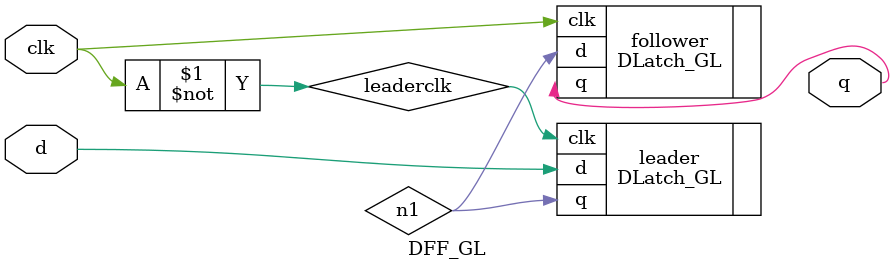
<source format=v>

`ifndef DFF_GL_V
`define DFF_GL_V

`include "DLatch_GL.v"

module DFF_GL
(
  (* keep=1 *) input  wire clk,
  (* keep=1 *) input  wire d,
  (* keep=1 *) output wire q
);

  wire leaderclk;
  not(leaderclk, clk);

  wire n1;

  // Instantiating 2 D Latches to create a D Flip-Flop with a not connected to one's clock
  DLatch_GL leader(
    .clk(leaderclk),
    .d(d),
    .q(n1)
  );

  DLatch_GL follower(
    .clk(clk),
    .d(n1),
    .q(q)
  );

endmodule

`endif /* DFF_GL_V */


</source>
